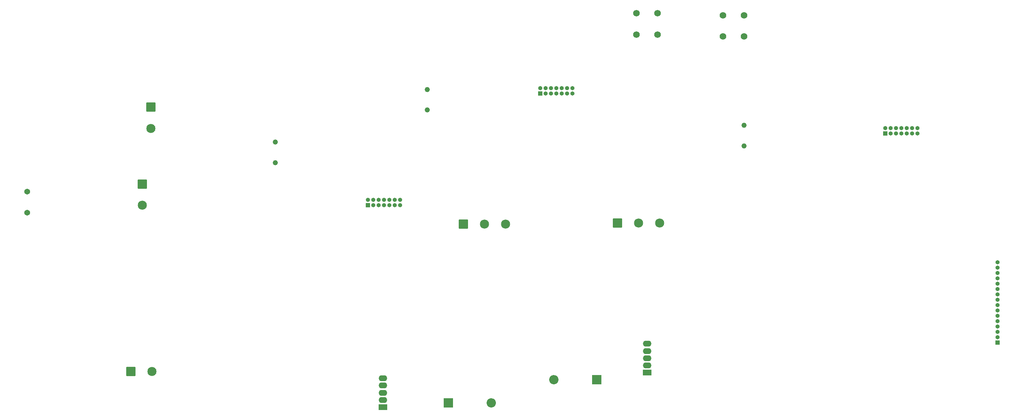
<source format=gbr>
%TF.GenerationSoftware,KiCad,Pcbnew,8.0.2*%
%TF.CreationDate,2024-07-20T17:05:26-04:00*%
%TF.ProjectId,electrical_design_hvac_v2,656c6563-7472-4696-9361-6c5f64657369,rev?*%
%TF.SameCoordinates,Original*%
%TF.FileFunction,Soldermask,Bot*%
%TF.FilePolarity,Negative*%
%FSLAX46Y46*%
G04 Gerber Fmt 4.6, Leading zero omitted, Abs format (unit mm)*
G04 Created by KiCad (PCBNEW 8.0.2) date 2024-07-20 17:05:26*
%MOMM*%
%LPD*%
G01*
G04 APERTURE LIST*
G04 Aperture macros list*
%AMRoundRect*
0 Rectangle with rounded corners*
0 $1 Rounding radius*
0 $2 $3 $4 $5 $6 $7 $8 $9 X,Y pos of 4 corners*
0 Add a 4 corners polygon primitive as box body*
4,1,4,$2,$3,$4,$5,$6,$7,$8,$9,$2,$3,0*
0 Add four circle primitives for the rounded corners*
1,1,$1+$1,$2,$3*
1,1,$1+$1,$4,$5*
1,1,$1+$1,$6,$7*
1,1,$1+$1,$8,$9*
0 Add four rect primitives between the rounded corners*
20,1,$1+$1,$2,$3,$4,$5,0*
20,1,$1+$1,$4,$5,$6,$7,0*
20,1,$1+$1,$6,$7,$8,$9,0*
20,1,$1+$1,$8,$9,$2,$3,0*%
G04 Aperture macros list end*
%ADD10R,2.000001X1.400000*%
%ADD11O,2.000001X1.400000*%
%ADD12R,2.200000X2.200000*%
%ADD13O,2.200000X2.200000*%
%ADD14C,1.574800*%
%ADD15R,1.000000X1.000000*%
%ADD16O,1.000000X1.000000*%
%ADD17RoundRect,0.102000X-0.975000X-0.975000X0.975000X-0.975000X0.975000X0.975000X-0.975000X0.975000X0*%
%ADD18C,2.154000*%
%ADD19C,1.234000*%
%ADD20RoundRect,0.102000X-0.975000X0.975000X-0.975000X-0.975000X0.975000X-0.975000X0.975000X0.975000X0*%
%ADD21C,1.371600*%
G04 APERTURE END LIST*
D10*
%TO.C,VR1*%
X178541900Y-132200000D03*
D11*
X178541900Y-130500000D03*
X178541900Y-128799999D03*
X178541900Y-127100000D03*
X178541900Y-125400000D03*
%TD*%
D10*
%TO.C,U2*%
X116000000Y-140405000D03*
D11*
X116000000Y-138705000D03*
X116000000Y-137004999D03*
X116000000Y-135305000D03*
X116000000Y-133605000D03*
%TD*%
D12*
%TO.C,D1*%
X131420000Y-139400000D03*
D13*
X141580000Y-139400000D03*
%TD*%
D14*
%TO.C,SW1*%
X181000000Y-52000000D03*
X176000000Y-52000000D03*
X176000000Y-47000010D03*
X181000000Y-47000010D03*
%TD*%
D15*
%TO.C,J4*%
X261500000Y-125120000D03*
D16*
X261500000Y-123850000D03*
X261500000Y-122580000D03*
X261500000Y-121310000D03*
X261500000Y-120040000D03*
X261500000Y-118770000D03*
X261500000Y-117500000D03*
X261500000Y-116230000D03*
X261500000Y-114960000D03*
X261500000Y-113690000D03*
X261500000Y-112420000D03*
X261500000Y-111150000D03*
X261500000Y-109880000D03*
X261500000Y-108610000D03*
X261500000Y-107340000D03*
X261500000Y-106070000D03*
%TD*%
D17*
%TO.C,J3*%
X135000000Y-97000000D03*
D18*
X140000000Y-97000000D03*
X145000000Y-97000000D03*
%TD*%
D17*
%TO.C,J2*%
X56267000Y-132000000D03*
D18*
X61267000Y-132000000D03*
%TD*%
D12*
%TO.C,D2*%
X166621900Y-133900000D03*
D13*
X156461900Y-133900000D03*
%TD*%
D19*
%TO.C,Y1*%
X126500000Y-65060000D03*
X126500000Y-69940000D03*
%TD*%
D20*
%TO.C,J8*%
X61000000Y-69267000D03*
D18*
X61000000Y-74267000D03*
%TD*%
D15*
%TO.C,J5*%
X234920000Y-75500000D03*
D16*
X234920000Y-74230000D03*
X236190000Y-75500000D03*
X236190000Y-74230000D03*
X237460000Y-75500000D03*
X237460000Y-74230000D03*
X238730000Y-75500000D03*
X238730000Y-74230000D03*
X240000000Y-75500000D03*
X240000000Y-74230000D03*
X241270000Y-75500000D03*
X241270000Y-74230000D03*
X242540000Y-75500000D03*
X242540000Y-74230000D03*
%TD*%
D15*
%TO.C,J1*%
X153190000Y-66000000D03*
D16*
X153190000Y-64730000D03*
X154460000Y-66000000D03*
X154460000Y-64730000D03*
X155730000Y-66000000D03*
X155730000Y-64730000D03*
X157000000Y-66000000D03*
X157000000Y-64730000D03*
X158270000Y-66000000D03*
X158270000Y-64730000D03*
X159540000Y-66000000D03*
X159540000Y-64730000D03*
X160810000Y-66000000D03*
X160810000Y-64730000D03*
%TD*%
D19*
%TO.C,Y3*%
X90500000Y-77560000D03*
X90500000Y-82440000D03*
%TD*%
D15*
%TO.C,J9*%
X112420000Y-92500000D03*
D16*
X112420000Y-91230000D03*
X113690000Y-92500000D03*
X113690000Y-91230000D03*
X114960000Y-92500000D03*
X114960000Y-91230000D03*
X116230000Y-92500000D03*
X116230000Y-91230000D03*
X117500000Y-92500000D03*
X117500000Y-91230000D03*
X118770000Y-92500000D03*
X118770000Y-91230000D03*
X120040000Y-92500000D03*
X120040000Y-91230000D03*
%TD*%
D17*
%TO.C,J6*%
X171500000Y-96750000D03*
D18*
X176500000Y-96750000D03*
X181500000Y-96750000D03*
%TD*%
D19*
%TO.C,Y2*%
X201500000Y-73560000D03*
X201500000Y-78440000D03*
%TD*%
D21*
%TO.C,C20*%
X31750000Y-94253800D03*
X31750000Y-89250000D03*
%TD*%
D14*
%TO.C,SW2*%
X201500000Y-47500010D03*
X196500000Y-47500010D03*
X196500000Y-52500000D03*
X201500000Y-52500000D03*
%TD*%
D20*
%TO.C,J7*%
X59000000Y-87500000D03*
D18*
X59000000Y-92500000D03*
%TD*%
M02*

</source>
